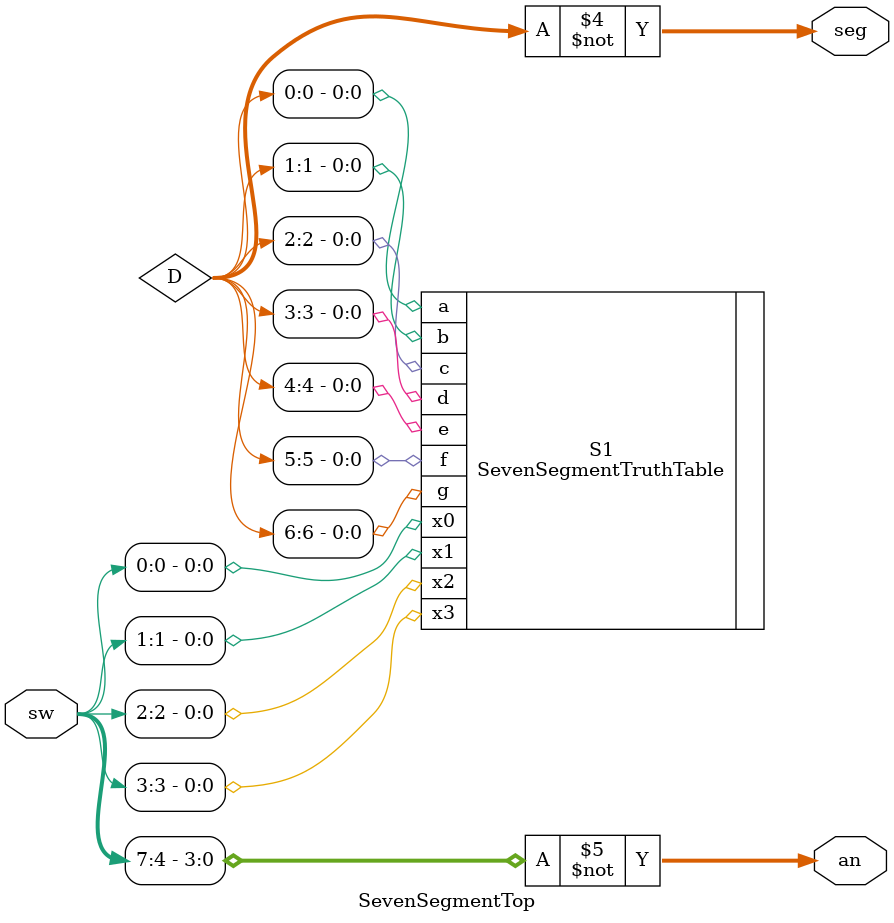
<source format=v>
`timescale 1ns / 1ps


module SevenSegmentTop(
    input [7:0] sw,
    output [3:0] an,
    output [6:0] seg
    );
    
    wire [6:0] D;
    wire NAN = sw[3]&sw[2] | sw[3] & sw[1];
    
    //assign seg = ~(D&~{7{NAN}});
    assign seg = ~D;
    assign an  = ~sw[7:4];
    
   SevenSegmentTruthTable S1(
//   SevenSegmentCombinational S1(
   .x3(sw[3]),
   .x2(sw[2]),
   .x1(sw[1]),
   .x0(sw[0]),
   .a(D[0]),
   .b(D[1]),
   .c(D[2]),
   .d(D[3]),
   .e(D[4]),
   .f(D[5]),
   .g(D[6])
    );
endmodule

</source>
